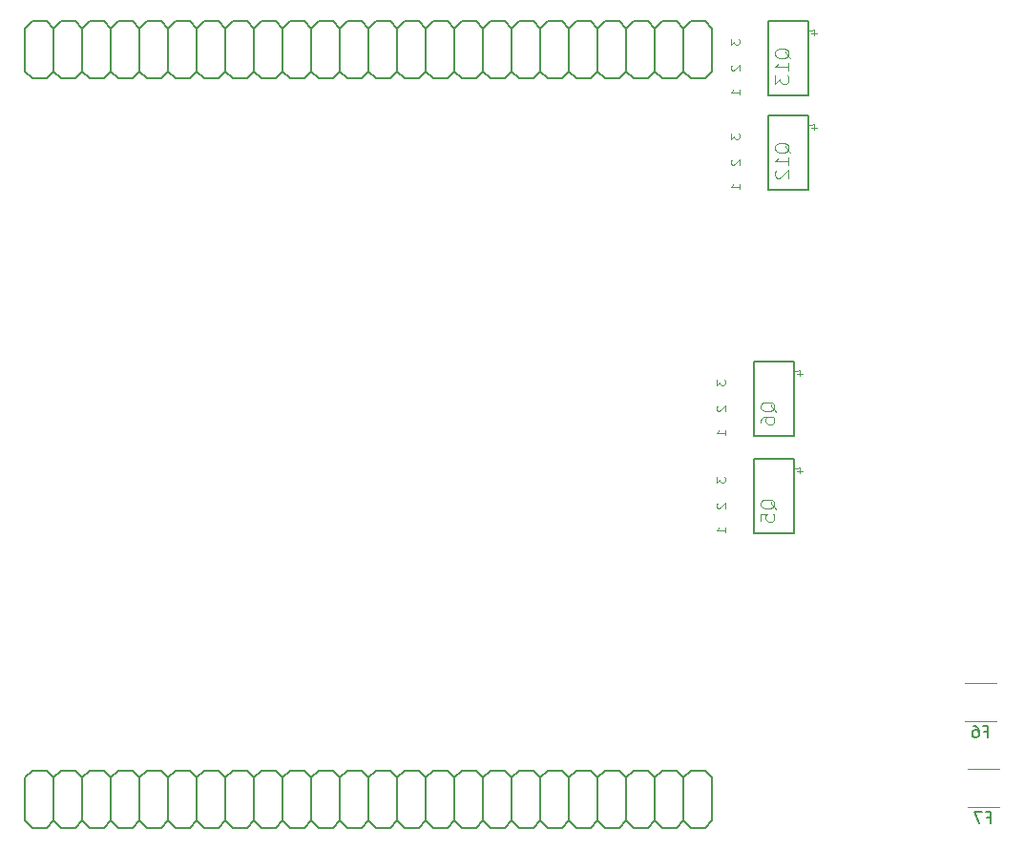
<source format=gbo>
G04 #@! TF.GenerationSoftware,KiCad,Pcbnew,5.1.5-52549c5~84~ubuntu18.04.1*
G04 #@! TF.CreationDate,2020-01-14T22:13:02+01:00*
G04 #@! TF.ProjectId,Speeduino_base,53706565-6475-4696-9e6f-5f626173652e,rev?*
G04 #@! TF.SameCoordinates,Original*
G04 #@! TF.FileFunction,Legend,Bot*
G04 #@! TF.FilePolarity,Positive*
%FSLAX46Y46*%
G04 Gerber Fmt 4.6, Leading zero omitted, Abs format (unit mm)*
G04 Created by KiCad (PCBNEW 5.1.5-52549c5~84~ubuntu18.04.1) date 2020-01-14 22:13:02*
%MOMM*%
%LPD*%
G04 APERTURE LIST*
%ADD10C,0.152400*%
%ADD11C,0.120000*%
%ADD12C,0.203200*%
%ADD13C,0.150000*%
%ADD14C,0.096520*%
%ADD15C,0.097536*%
G04 APERTURE END LIST*
D10*
X184750000Y-98405000D02*
X184750000Y-94595000D01*
X182210000Y-94595000D02*
X182845000Y-93960000D01*
X184115000Y-93960000D02*
X182845000Y-93960000D01*
X184750000Y-94595000D02*
X184115000Y-93960000D01*
X184115000Y-99040000D02*
X184750000Y-98405000D01*
X184115000Y-99040000D02*
X182845000Y-99040000D01*
X182210000Y-98405000D02*
X182845000Y-99040000D01*
X182210000Y-98405000D02*
X182210000Y-94595000D01*
X179670000Y-94595000D02*
X180305000Y-93960000D01*
X181575000Y-93960000D02*
X180305000Y-93960000D01*
X182210000Y-94595000D02*
X181575000Y-93960000D01*
X181575000Y-99040000D02*
X182210000Y-98405000D01*
X181575000Y-99040000D02*
X180305000Y-99040000D01*
X179670000Y-98405000D02*
X180305000Y-99040000D01*
X179670000Y-98405000D02*
X179670000Y-94595000D01*
X177130000Y-94595000D02*
X177765000Y-93960000D01*
X179035000Y-93960000D02*
X177765000Y-93960000D01*
X179670000Y-94595000D02*
X179035000Y-93960000D01*
X179035000Y-99040000D02*
X179670000Y-98405000D01*
X179035000Y-99040000D02*
X177765000Y-99040000D01*
X177130000Y-98405000D02*
X177765000Y-99040000D01*
X177130000Y-98405000D02*
X177130000Y-94595000D01*
X174590000Y-94595000D02*
X175225000Y-93960000D01*
X176495000Y-93960000D02*
X175225000Y-93960000D01*
X177130000Y-94595000D02*
X176495000Y-93960000D01*
X176495000Y-99040000D02*
X177130000Y-98405000D01*
X176495000Y-99040000D02*
X175225000Y-99040000D01*
X174590000Y-98405000D02*
X175225000Y-99040000D01*
X174590000Y-98405000D02*
X174590000Y-94595000D01*
X172050000Y-94595000D02*
X172685000Y-93960000D01*
X173955000Y-93960000D02*
X172685000Y-93960000D01*
X174590000Y-94595000D02*
X173955000Y-93960000D01*
X173955000Y-99040000D02*
X174590000Y-98405000D01*
X173955000Y-99040000D02*
X172685000Y-99040000D01*
X172050000Y-98405000D02*
X172685000Y-99040000D01*
X172050000Y-98405000D02*
X172050000Y-94595000D01*
X169510000Y-98405000D02*
X169510000Y-94595000D01*
X166970000Y-98405000D02*
X166970000Y-94595000D01*
X164430000Y-98405000D02*
X164430000Y-94595000D01*
X161890000Y-98405000D02*
X161890000Y-94595000D01*
X159350000Y-98405000D02*
X159350000Y-94595000D01*
X156810000Y-98405000D02*
X156810000Y-94595000D01*
X154270000Y-98405000D02*
X154270000Y-94595000D01*
X151730000Y-98405000D02*
X151730000Y-94595000D01*
X149190000Y-98405000D02*
X149190000Y-94595000D01*
X146650000Y-98405000D02*
X146650000Y-94595000D01*
X144110000Y-98405000D02*
X144110000Y-94595000D01*
X141570000Y-98405000D02*
X141570000Y-94595000D01*
X139030000Y-98405000D02*
X139030000Y-94595000D01*
X136490000Y-98405000D02*
X136490000Y-94595000D01*
X133950000Y-98405000D02*
X133950000Y-94595000D01*
X131410000Y-98405000D02*
X131410000Y-94595000D01*
X128870000Y-98405000D02*
X128870000Y-94595000D01*
X126330000Y-98405000D02*
X126330000Y-94595000D01*
X139030000Y-94595000D02*
X139665000Y-93960000D01*
X140935000Y-93960000D02*
X139665000Y-93960000D01*
X141570000Y-94595000D02*
X140935000Y-93960000D01*
X141570000Y-94595000D02*
X142205000Y-93960000D01*
X143475000Y-93960000D02*
X142205000Y-93960000D01*
X144110000Y-94595000D02*
X143475000Y-93960000D01*
X144110000Y-94595000D02*
X144745000Y-93960000D01*
X146015000Y-93960000D02*
X144745000Y-93960000D01*
X146650000Y-94595000D02*
X146015000Y-93960000D01*
X146650000Y-94595000D02*
X147285000Y-93960000D01*
X148555000Y-93960000D02*
X147285000Y-93960000D01*
X149190000Y-94595000D02*
X148555000Y-93960000D01*
X149190000Y-94595000D02*
X149825000Y-93960000D01*
X151095000Y-93960000D02*
X149825000Y-93960000D01*
X151730000Y-94595000D02*
X151095000Y-93960000D01*
X151730000Y-94595000D02*
X152365000Y-93960000D01*
X153635000Y-93960000D02*
X152365000Y-93960000D01*
X154270000Y-94595000D02*
X153635000Y-93960000D01*
X154270000Y-94595000D02*
X154905000Y-93960000D01*
X156175000Y-93960000D02*
X154905000Y-93960000D01*
X156810000Y-94595000D02*
X156175000Y-93960000D01*
X156810000Y-94595000D02*
X157445000Y-93960000D01*
X158715000Y-93960000D02*
X157445000Y-93960000D01*
X159350000Y-94595000D02*
X158715000Y-93960000D01*
X159985000Y-93960000D02*
X159350000Y-94595000D01*
X159985000Y-93960000D02*
X161255000Y-93960000D01*
X161890000Y-94595000D02*
X161255000Y-93960000D01*
X162525000Y-93960000D02*
X161890000Y-94595000D01*
X162525000Y-93960000D02*
X163795000Y-93960000D01*
X164430000Y-94595000D02*
X163795000Y-93960000D01*
X164430000Y-94595000D02*
X165065000Y-93960000D01*
X166335000Y-93960000D02*
X165065000Y-93960000D01*
X166970000Y-94595000D02*
X166335000Y-93960000D01*
X166970000Y-94595000D02*
X167605000Y-93960000D01*
X168875000Y-93960000D02*
X167605000Y-93960000D01*
X169510000Y-94595000D02*
X168875000Y-93960000D01*
X169510000Y-94595000D02*
X170145000Y-93960000D01*
X171415000Y-93960000D02*
X170145000Y-93960000D01*
X172050000Y-94595000D02*
X171415000Y-93960000D01*
X171415000Y-99040000D02*
X172050000Y-98405000D01*
X171415000Y-99040000D02*
X170145000Y-99040000D01*
X169510000Y-98405000D02*
X170145000Y-99040000D01*
X168875000Y-99040000D02*
X169510000Y-98405000D01*
X168875000Y-99040000D02*
X167605000Y-99040000D01*
X166970000Y-98405000D02*
X167605000Y-99040000D01*
X166335000Y-99040000D02*
X166970000Y-98405000D01*
X166335000Y-99040000D02*
X165065000Y-99040000D01*
X164430000Y-98405000D02*
X165065000Y-99040000D01*
X163795000Y-99040000D02*
X164430000Y-98405000D01*
X163795000Y-99040000D02*
X162525000Y-99040000D01*
X161890000Y-98405000D02*
X162525000Y-99040000D01*
X161255000Y-99040000D02*
X161890000Y-98405000D01*
X161255000Y-99040000D02*
X159985000Y-99040000D01*
X159350000Y-98405000D02*
X159985000Y-99040000D01*
X158715000Y-99040000D02*
X159350000Y-98405000D01*
X158715000Y-99040000D02*
X157445000Y-99040000D01*
X156810000Y-98405000D02*
X157445000Y-99040000D01*
X156175000Y-99040000D02*
X156810000Y-98405000D01*
X156175000Y-99040000D02*
X154905000Y-99040000D01*
X154270000Y-98405000D02*
X154905000Y-99040000D01*
X154270000Y-98405000D02*
X153635000Y-99040000D01*
X152365000Y-99040000D02*
X153635000Y-99040000D01*
X151730000Y-98405000D02*
X152365000Y-99040000D01*
X151095000Y-99040000D02*
X151730000Y-98405000D01*
X149825000Y-99040000D02*
X151095000Y-99040000D01*
X149190000Y-98405000D02*
X149825000Y-99040000D01*
X148555000Y-99040000D02*
X149190000Y-98405000D01*
X147285000Y-99040000D02*
X148555000Y-99040000D01*
X146650000Y-98405000D02*
X147285000Y-99040000D01*
X146015000Y-99040000D02*
X146650000Y-98405000D01*
X144745000Y-99040000D02*
X146015000Y-99040000D01*
X144110000Y-98405000D02*
X144745000Y-99040000D01*
X143475000Y-99040000D02*
X144110000Y-98405000D01*
X142205000Y-99040000D02*
X143475000Y-99040000D01*
X141570000Y-98405000D02*
X142205000Y-99040000D01*
X140935000Y-99040000D02*
X141570000Y-98405000D01*
X139665000Y-99040000D02*
X140935000Y-99040000D01*
X139030000Y-98405000D02*
X139665000Y-99040000D01*
X138395000Y-99040000D02*
X139030000Y-98405000D01*
X137125000Y-99040000D02*
X138395000Y-99040000D01*
X136490000Y-98405000D02*
X137125000Y-99040000D01*
X135855000Y-99040000D02*
X136490000Y-98405000D01*
X134585000Y-99040000D02*
X135855000Y-99040000D01*
X133950000Y-98405000D02*
X134585000Y-99040000D01*
X133315000Y-99040000D02*
X133950000Y-98405000D01*
X132045000Y-99040000D02*
X133315000Y-99040000D01*
X131410000Y-98405000D02*
X132045000Y-99040000D01*
X130775000Y-99040000D02*
X131410000Y-98405000D01*
X129505000Y-99040000D02*
X130775000Y-99040000D01*
X128870000Y-98405000D02*
X129505000Y-99040000D01*
X128235000Y-99040000D02*
X128870000Y-98405000D01*
X126965000Y-99040000D02*
X128235000Y-99040000D01*
X126330000Y-98405000D02*
X126965000Y-99040000D01*
X125695000Y-99040000D02*
X126330000Y-98405000D01*
X124425000Y-99040000D02*
X125695000Y-99040000D01*
X123790000Y-98405000D02*
X124425000Y-99040000D01*
X123790000Y-94595000D02*
X123790000Y-98405000D01*
X138395000Y-93960000D02*
X139030000Y-94595000D01*
X137125000Y-93960000D02*
X138395000Y-93960000D01*
X136490000Y-94595000D02*
X137125000Y-93960000D01*
X135855000Y-93960000D02*
X136490000Y-94595000D01*
X134585000Y-93960000D02*
X135855000Y-93960000D01*
X133950000Y-94595000D02*
X134585000Y-93960000D01*
X133315000Y-93960000D02*
X133950000Y-94595000D01*
X132045000Y-93960000D02*
X133315000Y-93960000D01*
X131410000Y-94595000D02*
X132045000Y-93960000D01*
X130775000Y-93960000D02*
X131410000Y-94595000D01*
X129505000Y-93960000D02*
X130775000Y-93960000D01*
X128870000Y-94595000D02*
X129505000Y-93960000D01*
X128235000Y-93960000D02*
X128870000Y-94595000D01*
X126965000Y-93960000D02*
X128235000Y-93960000D01*
X126330000Y-94595000D02*
X126965000Y-93960000D01*
X125695000Y-93960000D02*
X126330000Y-94595000D01*
X124425000Y-93960000D02*
X125695000Y-93960000D01*
X123790000Y-94595000D02*
X124425000Y-93960000D01*
D11*
X207401748Y-93794000D02*
X210174252Y-93794000D01*
X207401748Y-97214000D02*
X210174252Y-97214000D01*
X207147748Y-86174000D02*
X209920252Y-86174000D01*
X207147748Y-89594000D02*
X209920252Y-89594000D01*
D12*
X193294000Y-34010600D02*
X193294000Y-27457400D01*
X189738000Y-34010600D02*
X193294000Y-34010600D01*
X189738000Y-27457400D02*
X189738000Y-34010600D01*
X193294000Y-27457400D02*
X189738000Y-27457400D01*
X192024000Y-64236600D02*
X192024000Y-57683400D01*
X188468000Y-64236600D02*
X192024000Y-64236600D01*
X188468000Y-57683400D02*
X188468000Y-64236600D01*
X192024000Y-57683400D02*
X188468000Y-57683400D01*
X192024000Y-72872600D02*
X192024000Y-66319400D01*
X188468000Y-72872600D02*
X192024000Y-72872600D01*
X188468000Y-66319400D02*
X188468000Y-72872600D01*
X192024000Y-66319400D02*
X188468000Y-66319400D01*
X193294000Y-42392600D02*
X193294000Y-35839400D01*
X189738000Y-42392600D02*
X193294000Y-42392600D01*
X189738000Y-35839400D02*
X189738000Y-42392600D01*
X193294000Y-35839400D02*
X189738000Y-35839400D01*
D10*
X184750000Y-31905000D02*
X184750000Y-28095000D01*
X182210000Y-28095000D02*
X182845000Y-27460000D01*
X184115000Y-27460000D02*
X182845000Y-27460000D01*
X184750000Y-28095000D02*
X184115000Y-27460000D01*
X184115000Y-32540000D02*
X184750000Y-31905000D01*
X184115000Y-32540000D02*
X182845000Y-32540000D01*
X182210000Y-31905000D02*
X182845000Y-32540000D01*
X182210000Y-31905000D02*
X182210000Y-28095000D01*
X179670000Y-28095000D02*
X180305000Y-27460000D01*
X181575000Y-27460000D02*
X180305000Y-27460000D01*
X182210000Y-28095000D02*
X181575000Y-27460000D01*
X181575000Y-32540000D02*
X182210000Y-31905000D01*
X181575000Y-32540000D02*
X180305000Y-32540000D01*
X179670000Y-31905000D02*
X180305000Y-32540000D01*
X179670000Y-31905000D02*
X179670000Y-28095000D01*
X177130000Y-28095000D02*
X177765000Y-27460000D01*
X179035000Y-27460000D02*
X177765000Y-27460000D01*
X179670000Y-28095000D02*
X179035000Y-27460000D01*
X179035000Y-32540000D02*
X179670000Y-31905000D01*
X179035000Y-32540000D02*
X177765000Y-32540000D01*
X177130000Y-31905000D02*
X177765000Y-32540000D01*
X177130000Y-31905000D02*
X177130000Y-28095000D01*
X174590000Y-28095000D02*
X175225000Y-27460000D01*
X176495000Y-27460000D02*
X175225000Y-27460000D01*
X177130000Y-28095000D02*
X176495000Y-27460000D01*
X176495000Y-32540000D02*
X177130000Y-31905000D01*
X176495000Y-32540000D02*
X175225000Y-32540000D01*
X174590000Y-31905000D02*
X175225000Y-32540000D01*
X174590000Y-31905000D02*
X174590000Y-28095000D01*
X172050000Y-28095000D02*
X172685000Y-27460000D01*
X173955000Y-27460000D02*
X172685000Y-27460000D01*
X174590000Y-28095000D02*
X173955000Y-27460000D01*
X173955000Y-32540000D02*
X174590000Y-31905000D01*
X173955000Y-32540000D02*
X172685000Y-32540000D01*
X172050000Y-31905000D02*
X172685000Y-32540000D01*
X172050000Y-31905000D02*
X172050000Y-28095000D01*
X169510000Y-31905000D02*
X169510000Y-28095000D01*
X166970000Y-31905000D02*
X166970000Y-28095000D01*
X164430000Y-31905000D02*
X164430000Y-28095000D01*
X161890000Y-31905000D02*
X161890000Y-28095000D01*
X159350000Y-31905000D02*
X159350000Y-28095000D01*
X156810000Y-31905000D02*
X156810000Y-28095000D01*
X154270000Y-31905000D02*
X154270000Y-28095000D01*
X151730000Y-31905000D02*
X151730000Y-28095000D01*
X149190000Y-31905000D02*
X149190000Y-28095000D01*
X146650000Y-31905000D02*
X146650000Y-28095000D01*
X144110000Y-31905000D02*
X144110000Y-28095000D01*
X141570000Y-31905000D02*
X141570000Y-28095000D01*
X139030000Y-31905000D02*
X139030000Y-28095000D01*
X136490000Y-31905000D02*
X136490000Y-28095000D01*
X133950000Y-31905000D02*
X133950000Y-28095000D01*
X131410000Y-31905000D02*
X131410000Y-28095000D01*
X128870000Y-31905000D02*
X128870000Y-28095000D01*
X126330000Y-31905000D02*
X126330000Y-28095000D01*
X139030000Y-28095000D02*
X139665000Y-27460000D01*
X140935000Y-27460000D02*
X139665000Y-27460000D01*
X141570000Y-28095000D02*
X140935000Y-27460000D01*
X141570000Y-28095000D02*
X142205000Y-27460000D01*
X143475000Y-27460000D02*
X142205000Y-27460000D01*
X144110000Y-28095000D02*
X143475000Y-27460000D01*
X144110000Y-28095000D02*
X144745000Y-27460000D01*
X146015000Y-27460000D02*
X144745000Y-27460000D01*
X146650000Y-28095000D02*
X146015000Y-27460000D01*
X146650000Y-28095000D02*
X147285000Y-27460000D01*
X148555000Y-27460000D02*
X147285000Y-27460000D01*
X149190000Y-28095000D02*
X148555000Y-27460000D01*
X149190000Y-28095000D02*
X149825000Y-27460000D01*
X151095000Y-27460000D02*
X149825000Y-27460000D01*
X151730000Y-28095000D02*
X151095000Y-27460000D01*
X151730000Y-28095000D02*
X152365000Y-27460000D01*
X153635000Y-27460000D02*
X152365000Y-27460000D01*
X154270000Y-28095000D02*
X153635000Y-27460000D01*
X154270000Y-28095000D02*
X154905000Y-27460000D01*
X156175000Y-27460000D02*
X154905000Y-27460000D01*
X156810000Y-28095000D02*
X156175000Y-27460000D01*
X156810000Y-28095000D02*
X157445000Y-27460000D01*
X158715000Y-27460000D02*
X157445000Y-27460000D01*
X159350000Y-28095000D02*
X158715000Y-27460000D01*
X159985000Y-27460000D02*
X159350000Y-28095000D01*
X159985000Y-27460000D02*
X161255000Y-27460000D01*
X161890000Y-28095000D02*
X161255000Y-27460000D01*
X162525000Y-27460000D02*
X161890000Y-28095000D01*
X162525000Y-27460000D02*
X163795000Y-27460000D01*
X164430000Y-28095000D02*
X163795000Y-27460000D01*
X164430000Y-28095000D02*
X165065000Y-27460000D01*
X166335000Y-27460000D02*
X165065000Y-27460000D01*
X166970000Y-28095000D02*
X166335000Y-27460000D01*
X166970000Y-28095000D02*
X167605000Y-27460000D01*
X168875000Y-27460000D02*
X167605000Y-27460000D01*
X169510000Y-28095000D02*
X168875000Y-27460000D01*
X169510000Y-28095000D02*
X170145000Y-27460000D01*
X171415000Y-27460000D02*
X170145000Y-27460000D01*
X172050000Y-28095000D02*
X171415000Y-27460000D01*
X171415000Y-32540000D02*
X172050000Y-31905000D01*
X171415000Y-32540000D02*
X170145000Y-32540000D01*
X169510000Y-31905000D02*
X170145000Y-32540000D01*
X168875000Y-32540000D02*
X169510000Y-31905000D01*
X168875000Y-32540000D02*
X167605000Y-32540000D01*
X166970000Y-31905000D02*
X167605000Y-32540000D01*
X166335000Y-32540000D02*
X166970000Y-31905000D01*
X166335000Y-32540000D02*
X165065000Y-32540000D01*
X164430000Y-31905000D02*
X165065000Y-32540000D01*
X163795000Y-32540000D02*
X164430000Y-31905000D01*
X163795000Y-32540000D02*
X162525000Y-32540000D01*
X161890000Y-31905000D02*
X162525000Y-32540000D01*
X161255000Y-32540000D02*
X161890000Y-31905000D01*
X161255000Y-32540000D02*
X159985000Y-32540000D01*
X159350000Y-31905000D02*
X159985000Y-32540000D01*
X158715000Y-32540000D02*
X159350000Y-31905000D01*
X158715000Y-32540000D02*
X157445000Y-32540000D01*
X156810000Y-31905000D02*
X157445000Y-32540000D01*
X156175000Y-32540000D02*
X156810000Y-31905000D01*
X156175000Y-32540000D02*
X154905000Y-32540000D01*
X154270000Y-31905000D02*
X154905000Y-32540000D01*
X154270000Y-31905000D02*
X153635000Y-32540000D01*
X152365000Y-32540000D02*
X153635000Y-32540000D01*
X151730000Y-31905000D02*
X152365000Y-32540000D01*
X151095000Y-32540000D02*
X151730000Y-31905000D01*
X149825000Y-32540000D02*
X151095000Y-32540000D01*
X149190000Y-31905000D02*
X149825000Y-32540000D01*
X148555000Y-32540000D02*
X149190000Y-31905000D01*
X147285000Y-32540000D02*
X148555000Y-32540000D01*
X146650000Y-31905000D02*
X147285000Y-32540000D01*
X146015000Y-32540000D02*
X146650000Y-31905000D01*
X144745000Y-32540000D02*
X146015000Y-32540000D01*
X144110000Y-31905000D02*
X144745000Y-32540000D01*
X143475000Y-32540000D02*
X144110000Y-31905000D01*
X142205000Y-32540000D02*
X143475000Y-32540000D01*
X141570000Y-31905000D02*
X142205000Y-32540000D01*
X140935000Y-32540000D02*
X141570000Y-31905000D01*
X139665000Y-32540000D02*
X140935000Y-32540000D01*
X139030000Y-31905000D02*
X139665000Y-32540000D01*
X138395000Y-32540000D02*
X139030000Y-31905000D01*
X137125000Y-32540000D02*
X138395000Y-32540000D01*
X136490000Y-31905000D02*
X137125000Y-32540000D01*
X135855000Y-32540000D02*
X136490000Y-31905000D01*
X134585000Y-32540000D02*
X135855000Y-32540000D01*
X133950000Y-31905000D02*
X134585000Y-32540000D01*
X133315000Y-32540000D02*
X133950000Y-31905000D01*
X132045000Y-32540000D02*
X133315000Y-32540000D01*
X131410000Y-31905000D02*
X132045000Y-32540000D01*
X130775000Y-32540000D02*
X131410000Y-31905000D01*
X129505000Y-32540000D02*
X130775000Y-32540000D01*
X128870000Y-31905000D02*
X129505000Y-32540000D01*
X128235000Y-32540000D02*
X128870000Y-31905000D01*
X126965000Y-32540000D02*
X128235000Y-32540000D01*
X126330000Y-31905000D02*
X126965000Y-32540000D01*
X125695000Y-32540000D02*
X126330000Y-31905000D01*
X124425000Y-32540000D02*
X125695000Y-32540000D01*
X123790000Y-31905000D02*
X124425000Y-32540000D01*
X123790000Y-28095000D02*
X123790000Y-31905000D01*
X138395000Y-27460000D02*
X139030000Y-28095000D01*
X137125000Y-27460000D02*
X138395000Y-27460000D01*
X136490000Y-28095000D02*
X137125000Y-27460000D01*
X135855000Y-27460000D02*
X136490000Y-28095000D01*
X134585000Y-27460000D02*
X135855000Y-27460000D01*
X133950000Y-28095000D02*
X134585000Y-27460000D01*
X133315000Y-27460000D02*
X133950000Y-28095000D01*
X132045000Y-27460000D02*
X133315000Y-27460000D01*
X131410000Y-28095000D02*
X132045000Y-27460000D01*
X130775000Y-27460000D02*
X131410000Y-28095000D01*
X129505000Y-27460000D02*
X130775000Y-27460000D01*
X128870000Y-28095000D02*
X129505000Y-27460000D01*
X128235000Y-27460000D02*
X128870000Y-28095000D01*
X126965000Y-27460000D02*
X128235000Y-27460000D01*
X126330000Y-28095000D02*
X126965000Y-27460000D01*
X125695000Y-27460000D02*
X126330000Y-28095000D01*
X124425000Y-27460000D02*
X125695000Y-27460000D01*
X123790000Y-28095000D02*
X124425000Y-27460000D01*
D13*
X209121333Y-98082571D02*
X209454666Y-98082571D01*
X209454666Y-98606380D02*
X209454666Y-97606380D01*
X208978476Y-97606380D01*
X208692761Y-97606380D02*
X208026095Y-97606380D01*
X208454666Y-98606380D01*
X208867333Y-90462571D02*
X209200666Y-90462571D01*
X209200666Y-90986380D02*
X209200666Y-89986380D01*
X208724476Y-89986380D01*
X207914952Y-89986380D02*
X208105428Y-89986380D01*
X208200666Y-90034000D01*
X208248285Y-90081619D01*
X208343523Y-90224476D01*
X208391142Y-90414952D01*
X208391142Y-90795904D01*
X208343523Y-90891142D01*
X208295904Y-90938761D01*
X208200666Y-90986380D01*
X208010190Y-90986380D01*
X207914952Y-90938761D01*
X207867333Y-90891142D01*
X207819714Y-90795904D01*
X207819714Y-90557809D01*
X207867333Y-90462571D01*
X207914952Y-90414952D01*
X208010190Y-90367333D01*
X208200666Y-90367333D01*
X208295904Y-90414952D01*
X208343523Y-90462571D01*
X208391142Y-90557809D01*
D14*
X191624252Y-30740809D02*
X191566800Y-30625904D01*
X191451895Y-30511000D01*
X191279538Y-30338642D01*
X191222085Y-30223738D01*
X191222085Y-30108833D01*
X191509347Y-30166285D02*
X191451895Y-30051381D01*
X191336990Y-29936476D01*
X191107180Y-29879023D01*
X190705014Y-29879023D01*
X190475204Y-29936476D01*
X190360300Y-30051381D01*
X190302847Y-30166285D01*
X190302847Y-30396095D01*
X190360300Y-30511000D01*
X190475204Y-30625904D01*
X190705014Y-30683357D01*
X191107180Y-30683357D01*
X191336990Y-30625904D01*
X191451895Y-30511000D01*
X191509347Y-30396095D01*
X191509347Y-30166285D01*
X191509347Y-31832404D02*
X191509347Y-31142976D01*
X191509347Y-31487690D02*
X190302847Y-31487690D01*
X190475204Y-31372785D01*
X190590109Y-31257881D01*
X190647561Y-31142976D01*
X190302847Y-32234571D02*
X190302847Y-32981452D01*
X190762466Y-32579285D01*
X190762466Y-32751642D01*
X190819919Y-32866547D01*
X190877371Y-32924000D01*
X190992276Y-32981452D01*
X191279538Y-32981452D01*
X191394442Y-32924000D01*
X191451895Y-32866547D01*
X191509347Y-32751642D01*
X191509347Y-32406928D01*
X191451895Y-32292023D01*
X191394442Y-32234571D01*
D15*
X186453209Y-31372889D02*
X186416440Y-31409658D01*
X186379670Y-31483197D01*
X186379670Y-31667045D01*
X186416440Y-31740584D01*
X186453209Y-31777353D01*
X186526748Y-31814123D01*
X186600287Y-31814123D01*
X186710596Y-31777353D01*
X187151830Y-31336119D01*
X187151830Y-31814123D01*
X187161230Y-33976123D02*
X187161230Y-33534889D01*
X187161230Y-33755506D02*
X186389070Y-33755506D01*
X186499379Y-33681967D01*
X186572918Y-33608428D01*
X186609687Y-33534889D01*
X193504457Y-28544984D02*
X194019230Y-28544984D01*
X193210300Y-28361136D02*
X193761843Y-28177289D01*
X193761843Y-28655293D01*
X186389070Y-29024719D02*
X186389070Y-29502723D01*
X186683226Y-29245336D01*
X186683226Y-29355645D01*
X186719996Y-29429184D01*
X186756765Y-29465953D01*
X186830304Y-29502723D01*
X187014152Y-29502723D01*
X187087691Y-29465953D01*
X187124460Y-29429184D01*
X187161230Y-29355645D01*
X187161230Y-29135028D01*
X187124460Y-29061489D01*
X187087691Y-29024719D01*
D14*
X190354252Y-62115857D02*
X190296800Y-62000952D01*
X190181895Y-61886047D01*
X190009538Y-61713690D01*
X189952085Y-61598785D01*
X189952085Y-61483881D01*
X190239347Y-61541333D02*
X190181895Y-61426428D01*
X190066990Y-61311523D01*
X189837180Y-61254071D01*
X189435014Y-61254071D01*
X189205204Y-61311523D01*
X189090300Y-61426428D01*
X189032847Y-61541333D01*
X189032847Y-61771142D01*
X189090300Y-61886047D01*
X189205204Y-62000952D01*
X189435014Y-62058404D01*
X189837180Y-62058404D01*
X190066990Y-62000952D01*
X190181895Y-61886047D01*
X190239347Y-61771142D01*
X190239347Y-61541333D01*
X189032847Y-63092547D02*
X189032847Y-62862738D01*
X189090300Y-62747833D01*
X189147752Y-62690381D01*
X189320109Y-62575476D01*
X189549919Y-62518023D01*
X190009538Y-62518023D01*
X190124442Y-62575476D01*
X190181895Y-62632928D01*
X190239347Y-62747833D01*
X190239347Y-62977642D01*
X190181895Y-63092547D01*
X190124442Y-63150000D01*
X190009538Y-63207452D01*
X189722276Y-63207452D01*
X189607371Y-63150000D01*
X189549919Y-63092547D01*
X189492466Y-62977642D01*
X189492466Y-62747833D01*
X189549919Y-62632928D01*
X189607371Y-62575476D01*
X189722276Y-62518023D01*
D15*
X185183209Y-61598889D02*
X185146440Y-61635658D01*
X185109670Y-61709197D01*
X185109670Y-61893045D01*
X185146440Y-61966584D01*
X185183209Y-62003353D01*
X185256748Y-62040123D01*
X185330287Y-62040123D01*
X185440596Y-62003353D01*
X185881830Y-61562119D01*
X185881830Y-62040123D01*
X185891230Y-64202123D02*
X185891230Y-63760889D01*
X185891230Y-63981506D02*
X185119070Y-63981506D01*
X185229379Y-63907967D01*
X185302918Y-63834428D01*
X185339687Y-63760889D01*
X192234457Y-58770984D02*
X192749230Y-58770984D01*
X191940300Y-58587136D02*
X192491843Y-58403289D01*
X192491843Y-58881293D01*
X185119070Y-59250719D02*
X185119070Y-59728723D01*
X185413226Y-59471336D01*
X185413226Y-59581645D01*
X185449996Y-59655184D01*
X185486765Y-59691953D01*
X185560304Y-59728723D01*
X185744152Y-59728723D01*
X185817691Y-59691953D01*
X185854460Y-59655184D01*
X185891230Y-59581645D01*
X185891230Y-59361028D01*
X185854460Y-59287489D01*
X185817691Y-59250719D01*
D14*
X190354252Y-70751857D02*
X190296800Y-70636952D01*
X190181895Y-70522047D01*
X190009538Y-70349690D01*
X189952085Y-70234785D01*
X189952085Y-70119881D01*
X190239347Y-70177333D02*
X190181895Y-70062428D01*
X190066990Y-69947523D01*
X189837180Y-69890071D01*
X189435014Y-69890071D01*
X189205204Y-69947523D01*
X189090300Y-70062428D01*
X189032847Y-70177333D01*
X189032847Y-70407142D01*
X189090300Y-70522047D01*
X189205204Y-70636952D01*
X189435014Y-70694404D01*
X189837180Y-70694404D01*
X190066990Y-70636952D01*
X190181895Y-70522047D01*
X190239347Y-70407142D01*
X190239347Y-70177333D01*
X189032847Y-71786000D02*
X189032847Y-71211476D01*
X189607371Y-71154023D01*
X189549919Y-71211476D01*
X189492466Y-71326381D01*
X189492466Y-71613642D01*
X189549919Y-71728547D01*
X189607371Y-71786000D01*
X189722276Y-71843452D01*
X190009538Y-71843452D01*
X190124442Y-71786000D01*
X190181895Y-71728547D01*
X190239347Y-71613642D01*
X190239347Y-71326381D01*
X190181895Y-71211476D01*
X190124442Y-71154023D01*
D15*
X185183209Y-70234889D02*
X185146440Y-70271658D01*
X185109670Y-70345197D01*
X185109670Y-70529045D01*
X185146440Y-70602584D01*
X185183209Y-70639353D01*
X185256748Y-70676123D01*
X185330287Y-70676123D01*
X185440596Y-70639353D01*
X185881830Y-70198119D01*
X185881830Y-70676123D01*
X185891230Y-72838123D02*
X185891230Y-72396889D01*
X185891230Y-72617506D02*
X185119070Y-72617506D01*
X185229379Y-72543967D01*
X185302918Y-72470428D01*
X185339687Y-72396889D01*
X192234457Y-67406984D02*
X192749230Y-67406984D01*
X191940300Y-67223136D02*
X192491843Y-67039289D01*
X192491843Y-67517293D01*
X185119070Y-67886719D02*
X185119070Y-68364723D01*
X185413226Y-68107336D01*
X185413226Y-68217645D01*
X185449996Y-68291184D01*
X185486765Y-68327953D01*
X185560304Y-68364723D01*
X185744152Y-68364723D01*
X185817691Y-68327953D01*
X185854460Y-68291184D01*
X185891230Y-68217645D01*
X185891230Y-67997028D01*
X185854460Y-67923489D01*
X185817691Y-67886719D01*
D14*
X191624252Y-39122809D02*
X191566800Y-39007904D01*
X191451895Y-38893000D01*
X191279538Y-38720642D01*
X191222085Y-38605738D01*
X191222085Y-38490833D01*
X191509347Y-38548285D02*
X191451895Y-38433381D01*
X191336990Y-38318476D01*
X191107180Y-38261023D01*
X190705014Y-38261023D01*
X190475204Y-38318476D01*
X190360300Y-38433381D01*
X190302847Y-38548285D01*
X190302847Y-38778095D01*
X190360300Y-38893000D01*
X190475204Y-39007904D01*
X190705014Y-39065357D01*
X191107180Y-39065357D01*
X191336990Y-39007904D01*
X191451895Y-38893000D01*
X191509347Y-38778095D01*
X191509347Y-38548285D01*
X191509347Y-40214404D02*
X191509347Y-39524976D01*
X191509347Y-39869690D02*
X190302847Y-39869690D01*
X190475204Y-39754785D01*
X190590109Y-39639881D01*
X190647561Y-39524976D01*
X190417752Y-40674023D02*
X190360300Y-40731476D01*
X190302847Y-40846381D01*
X190302847Y-41133642D01*
X190360300Y-41248547D01*
X190417752Y-41306000D01*
X190532657Y-41363452D01*
X190647561Y-41363452D01*
X190819919Y-41306000D01*
X191509347Y-40616571D01*
X191509347Y-41363452D01*
D15*
X186453209Y-39754889D02*
X186416440Y-39791658D01*
X186379670Y-39865197D01*
X186379670Y-40049045D01*
X186416440Y-40122584D01*
X186453209Y-40159353D01*
X186526748Y-40196123D01*
X186600287Y-40196123D01*
X186710596Y-40159353D01*
X187151830Y-39718119D01*
X187151830Y-40196123D01*
X187161230Y-42358123D02*
X187161230Y-41916889D01*
X187161230Y-42137506D02*
X186389070Y-42137506D01*
X186499379Y-42063967D01*
X186572918Y-41990428D01*
X186609687Y-41916889D01*
X193504457Y-36926984D02*
X194019230Y-36926984D01*
X193210300Y-36743136D02*
X193761843Y-36559289D01*
X193761843Y-37037293D01*
X186389070Y-37406719D02*
X186389070Y-37884723D01*
X186683226Y-37627336D01*
X186683226Y-37737645D01*
X186719996Y-37811184D01*
X186756765Y-37847953D01*
X186830304Y-37884723D01*
X187014152Y-37884723D01*
X187087691Y-37847953D01*
X187124460Y-37811184D01*
X187161230Y-37737645D01*
X187161230Y-37517028D01*
X187124460Y-37443489D01*
X187087691Y-37406719D01*
M02*

</source>
